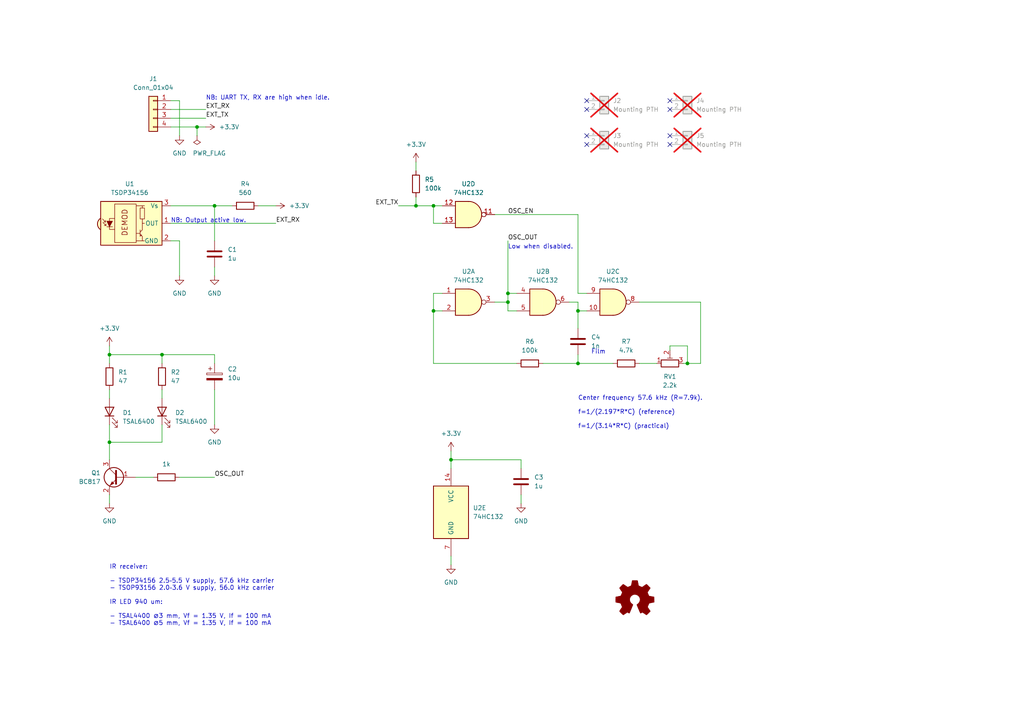
<source format=kicad_sch>
(kicad_sch (version 20230121) (generator eeschema)
  (paper "A4")
  (title_block (title "IR UART 9600 baud") (rev "1.1"))
  (lib_symbols
    (symbol "74xx:74HC00" (pin_names (offset 1.016))
      (property "Reference" "U" (at 0 1.27 0))
      (property "Value" "74HC00" (at 0 -1.27 0))
      (symbol "74HC00_1_1"
        (arc (start 0 -3.81) (mid 3.7934 0) (end 0 3.81) (stroke (width 0.254)) (fill (type background)))
        (polyline (pts (xy 0 3.81) (xy -3.81 3.81) (xy -3.81 -3.81) (xy 0 -3.81)) (stroke (width 0.254)) (fill (type background)))
        (pin input line (at -7.62 2.54 0) (length 3.81) (name "~") (number "1"))
        (pin input line (at -7.62 -2.54 0) (length 3.81) (name "~") (number "2"))
        (pin output inverted (at 7.62 0 180) (length 3.81) (name "~") (number "3"))
      )
      (symbol "74HC00_1_2"
        (arc (start -3.81 -3.81) (mid -2.589 0) (end -3.81 3.81) (stroke (width 0.254)))
        (arc (start -0.6096 -3.81) (mid 2.1842 -2.5851) (end 3.81 0) (stroke (width 0.254)) (fill (type background)))
        (polyline (pts (xy -3.81 -3.81) (xy -0.635 -3.81)) (stroke (width 0.254)) (fill (type background)))
        (polyline (pts (xy -3.81 3.81) (xy -0.635 3.81)) (stroke (width 0.254)) (fill (type background)))
        (polyline (pts (xy -0.635 3.81) (xy -3.81 3.81) (xy -3.81 3.81) (xy -3.556 3.4036) (xy -3.0226 2.2606) (xy -2.6924 1.0414) (xy -2.6162 -0.254) (xy -2.7686 -1.4986) (xy -3.175 -2.7178) (xy -3.81 -3.81) (xy -3.81 -3.81) (xy -0.635 -3.81)) (stroke (width -25.4)) (fill (type background)))
        (arc (start 3.81 0) (mid 2.1915 2.5936) (end -0.6096 3.81) (stroke (width 0.254)) (fill (type background)))
        (pin input inverted (at -7.62 2.54 0) (length 4.318) (name "~") (number "1"))
        (pin input inverted (at -7.62 -2.54 0) (length 4.318) (name "~") (number "2"))
        (pin output line (at 7.62 0 180) (length 3.81) (name "~") (number "3"))
      )
      (symbol "74HC00_2_1"
        (arc (start 0 -3.81) (mid 3.7934 0) (end 0 3.81) (stroke (width 0.254)) (fill (type background)))
        (polyline (pts (xy 0 3.81) (xy -3.81 3.81) (xy -3.81 -3.81) (xy 0 -3.81)) (stroke (width 0.254)) (fill (type background)))
        (pin input line (at -7.62 2.54 0) (length 3.81) (name "~") (number "4"))
        (pin input line (at -7.62 -2.54 0) (length 3.81) (name "~") (number "5"))
        (pin output inverted (at 7.62 0 180) (length 3.81) (name "~") (number "6"))
      )
      (symbol "74HC00_2_2"
        (arc (start -3.81 -3.81) (mid -2.589 0) (end -3.81 3.81) (stroke (width 0.254)))
        (arc (start -0.6096 -3.81) (mid 2.1842 -2.5851) (end 3.81 0) (stroke (width 0.254)) (fill (type background)))
        (polyline (pts (xy -3.81 -3.81) (xy -0.635 -3.81)) (stroke (width 0.254)) (fill (type background)))
        (polyline (pts (xy -3.81 3.81) (xy -0.635 3.81)) (stroke (width 0.254)) (fill (type background)))
        (polyline (pts (xy -0.635 3.81) (xy -3.81 3.81) (xy -3.81 3.81) (xy -3.556 3.4036) (xy -3.0226 2.2606) (xy -2.6924 1.0414) (xy -2.6162 -0.254) (xy -2.7686 -1.4986) (xy -3.175 -2.7178) (xy -3.81 -3.81) (xy -3.81 -3.81) (xy -0.635 -3.81)) (stroke (width -25.4)) (fill (type background)))
        (arc (start 3.81 0) (mid 2.1915 2.5936) (end -0.6096 3.81) (stroke (width 0.254)) (fill (type background)))
        (pin input inverted (at -7.62 2.54 0) (length 4.318) (name "~") (number "4"))
        (pin input inverted (at -7.62 -2.54 0) (length 4.318) (name "~") (number "5"))
        (pin output line (at 7.62 0 180) (length 3.81) (name "~") (number "6"))
      )
      (symbol "74HC00_3_1"
        (arc (start 0 -3.81) (mid 3.7934 0) (end 0 3.81) (stroke (width 0.254)) (fill (type background)))
        (polyline (pts (xy 0 3.81) (xy -3.81 3.81) (xy -3.81 -3.81) (xy 0 -3.81)) (stroke (width 0.254)) (fill (type background)))
        (pin input line (at -7.62 -2.54 0) (length 3.81) (name "~") (number "10"))
        (pin output inverted (at 7.62 0 180) (length 3.81) (name "~") (number "8"))
        (pin input line (at -7.62 2.54 0) (length 3.81) (name "~") (number "9"))
      )
      (symbol "74HC00_3_2"
        (arc (start -3.81 -3.81) (mid -2.589 0) (end -3.81 3.81) (stroke (width 0.254)))
        (arc (start -0.6096 -3.81) (mid 2.1842 -2.5851) (end 3.81 0) (stroke (width 0.254)) (fill (type background)))
        (polyline (pts (xy -3.81 -3.81) (xy -0.635 -3.81)) (stroke (width 0.254)) (fill (type background)))
        (polyline (pts (xy -3.81 3.81) (xy -0.635 3.81)) (stroke (width 0.254)) (fill (type background)))
        (polyline (pts (xy -0.635 3.81) (xy -3.81 3.81) (xy -3.81 3.81) (xy -3.556 3.4036) (xy -3.0226 2.2606) (xy -2.6924 1.0414) (xy -2.6162 -0.254) (xy -2.7686 -1.4986) (xy -3.175 -2.7178) (xy -3.81 -3.81) (xy -3.81 -3.81) (xy -0.635 -3.81)) (stroke (width -25.4)) (fill (type background)))
        (arc (start 3.81 0) (mid 2.1915 2.5936) (end -0.6096 3.81) (stroke (width 0.254)) (fill (type background)))
        (pin input inverted (at -7.62 -2.54 0) (length 4.318) (name "~") (number "10"))
        (pin output line (at 7.62 0 180) (length 3.81) (name "~") (number "8"))
        (pin input inverted (at -7.62 2.54 0) (length 4.318) (name "~") (number "9"))
      )
      (symbol "74HC00_4_1"
        (arc (start 0 -3.81) (mid 3.7934 0) (end 0 3.81) (stroke (width 0.254)) (fill (type background)))
        (polyline (pts (xy 0 3.81) (xy -3.81 3.81) (xy -3.81 -3.81) (xy 0 -3.81)) (stroke (width 0.254)) (fill (type background)))
        (pin output inverted (at 7.62 0 180) (length 3.81) (name "~") (number "11"))
        (pin input line (at -7.62 2.54 0) (length 3.81) (name "~") (number "12"))
        (pin input line (at -7.62 -2.54 0) (length 3.81) (name "~") (number "13"))
      )
      (symbol "74HC00_4_2"
        (arc (start -3.81 -3.81) (mid -2.589 0) (end -3.81 3.81) (stroke (width 0.254)))
        (arc (start -0.6096 -3.81) (mid 2.1842 -2.5851) (end 3.81 0) (stroke (width 0.254)) (fill (type background)))
        (polyline (pts (xy -3.81 -3.81) (xy -0.635 -3.81)) (stroke (width 0.254)) (fill (type background)))
        (polyline (pts (xy -3.81 3.81) (xy -0.635 3.81)) (stroke (width 0.254)) (fill (type background)))
        (polyline (pts (xy -0.635 3.81) (xy -3.81 3.81) (xy -3.81 3.81) (xy -3.556 3.4036) (xy -3.0226 2.2606) (xy -2.6924 1.0414) (xy -2.6162 -0.254) (xy -2.7686 -1.4986) (xy -3.175 -2.7178) (xy -3.81 -3.81) (xy -3.81 -3.81) (xy -0.635 -3.81)) (stroke (width -25.4)) (fill (type background)))
        (arc (start 3.81 0) (mid 2.1915 2.5936) (end -0.6096 3.81) (stroke (width 0.254)) (fill (type background)))
        (pin output line (at 7.62 0 180) (length 3.81) (name "~") (number "11"))
        (pin input inverted (at -7.62 2.54 0) (length 4.318) (name "~") (number "12"))
        (pin input inverted (at -7.62 -2.54 0) (length 4.318) (name "~") (number "13"))
      )
      (symbol "74HC00_5_0"
        (pin power_in line (at 0 12.7 270) (length 5.08) (name "VCC") (number "14"))
        (pin power_in line (at 0 -12.7 90) (length 5.08) (name "GND") (number "7"))
      )
      (symbol "74HC00_5_1"
        (rectangle (start -5.08 7.62) (end 5.08 -7.62) (stroke (width 0.254)) (fill (type background)))
      )
    )
    (symbol "Connector_Generic:Conn_01x02" (pin_names (offset 1.016) hide)
      (property "Reference" "J" (at 0 2.54 0))
      (property "Value" "Conn_01x02" (at 0 -5.08 0))
      (symbol "Conn_01x02_1_1"
        (rectangle (start -1.27 -2.413) (end 0 -2.667) (stroke (width 0.1524)))
        (rectangle (start -1.27 0.127) (end 0 -0.127) (stroke (width 0.1524)))
        (rectangle (start -1.27 1.27) (end 1.27 -3.81) (stroke (width 0.254)) (fill (type background)))
        (pin passive line (at -5.08 0 0) (length 3.81) (name "Pin_1") (number "1"))
        (pin passive line (at -5.08 -2.54 0) (length 3.81) (name "Pin_2") (number "2"))
      )
    )
    (symbol "Connector_Generic:Conn_01x04" (pin_names (offset 1.016) hide)
      (property "Reference" "J" (at 0 5.08 0))
      (property "Value" "Conn_01x04" (at 0 -7.62 0))
      (symbol "Conn_01x04_1_1"
        (rectangle (start -1.27 -4.953) (end 0 -5.207) (stroke (width 0.1524)))
        (rectangle (start -1.27 -2.413) (end 0 -2.667) (stroke (width 0.1524)))
        (rectangle (start -1.27 0.127) (end 0 -0.127) (stroke (width 0.1524)))
        (rectangle (start -1.27 2.667) (end 0 2.413) (stroke (width 0.1524)))
        (rectangle (start -1.27 3.81) (end 1.27 -6.35) (stroke (width 0.254)) (fill (type background)))
        (pin passive line (at -5.08 2.54 0) (length 3.81) (name "Pin_1") (number "1"))
        (pin passive line (at -5.08 0 0) (length 3.81) (name "Pin_2") (number "2"))
        (pin passive line (at -5.08 -2.54 0) (length 3.81) (name "Pin_3") (number "3"))
        (pin passive line (at -5.08 -5.08 0) (length 3.81) (name "Pin_4") (number "4"))
      )
    )
    (symbol "Device:C" (pin_numbers hide) (pin_names (offset 0.254))
      (property "Reference" "C" (at 0.635 2.54 0))
      (property "Value" "C" (at 0.635 -2.54 0))
      (symbol "C_0_1"
        (polyline (pts (xy -2.032 -0.762) (xy 2.032 -0.762)) (stroke (width 0.508)))
        (polyline (pts (xy -2.032 0.762) (xy 2.032 0.762)) (stroke (width 0.508)))
      )
      (symbol "C_1_1"
        (pin passive line (at 0 3.81 270) (length 2.794) (name "~") (number "1"))
        (pin passive line (at 0 -3.81 90) (length 2.794) (name "~") (number "2"))
      )
    )
    (symbol "Device:C_Polarized" (pin_numbers hide) (pin_names (offset 0.254))
      (property "Reference" "C" (at 0.635 2.54 0))
      (property "Value" "C_Polarized" (at 0.635 -2.54 0))
      (symbol "C_Polarized_0_1"
        (rectangle (start -2.286 0.508) (end 2.286 1.016))
        (polyline (pts (xy -1.778 2.286) (xy -0.762 2.286)))
        (polyline (pts (xy -1.27 2.794) (xy -1.27 1.778)))
        (rectangle (start 2.286 -0.508) (end -2.286 -1.016) (fill (type outline)))
      )
      (symbol "C_Polarized_1_1"
        (pin passive line (at 0 3.81 270) (length 2.794) (name "~") (number "1"))
        (pin passive line (at 0 -3.81 90) (length 2.794) (name "~") (number "2"))
      )
    )
    (symbol "Device:LED" (pin_numbers hide) (pin_names (offset 1.016) hide)
      (property "Reference" "D" (at 0 2.54 0))
      (property "Value" "LED" (at 0 -2.54 0))
      (symbol "LED_0_1"
        (polyline (pts (xy -1.27 -1.27) (xy -1.27 1.27)) (stroke (width 0.254)))
        (polyline (pts (xy -1.27 0) (xy 1.27 0)))
        (polyline (pts (xy 1.27 -1.27) (xy 1.27 1.27) (xy -1.27 0) (xy 1.27 -1.27)) (stroke (width 0.254)))
        (polyline (pts (xy -3.048 -0.762) (xy -4.572 -2.286) (xy -3.81 -2.286) (xy -4.572 -2.286) (xy -4.572 -1.524)))
        (polyline (pts (xy -1.778 -0.762) (xy -3.302 -2.286) (xy -2.54 -2.286) (xy -3.302 -2.286) (xy -3.302 -1.524)))
      )
      (symbol "LED_1_1"
        (pin passive line (at -3.81 0 0) (length 2.54) (name "K") (number "1"))
        (pin passive line (at 3.81 0 180) (length 2.54) (name "A") (number "2"))
      )
    )
    (symbol "Device:R" (pin_numbers hide) (pin_names (offset 0))
      (property "Reference" "R" (at 2.032 0 90))
      (property "Value" "R" (at 0 0 90))
      (symbol "R_0_1"
        (rectangle (start -1.016 -2.54) (end 1.016 2.54) (stroke (width 0.254)))
      )
      (symbol "R_1_1"
        (pin passive line (at 0 3.81 270) (length 1.27) (name "~") (number "1"))
        (pin passive line (at 0 -3.81 90) (length 1.27) (name "~") (number "2"))
      )
    )
    (symbol "Device:R_Potentiometer_Trim" (pin_names (offset 1.016) hide)
      (property "Reference" "RV" (at -4.445 0 90))
      (property "Value" "R_Potentiometer_Trim" (at -2.54 0 90))
      (symbol "R_Potentiometer_Trim_0_1"
        (polyline (pts (xy 1.524 0.762) (xy 1.524 -0.762)))
        (polyline (pts (xy 2.54 0) (xy 1.524 0)))
        (rectangle (start 1.016 2.54) (end -1.016 -2.54) (stroke (width 0.254)))
      )
      (symbol "R_Potentiometer_Trim_1_1"
        (pin passive line (at 0 3.81 270) (length 1.27) (name "1") (number "1"))
        (pin passive line (at 3.81 0 180) (length 1.27) (name "2") (number "2"))
        (pin passive line (at 0 -3.81 90) (length 1.27) (name "3") (number "3"))
      )
    )
    (symbol "Graphic:Logo_Open_Hardware_Small" (in_bom no) (on_board no)
      (symbol "Logo_Open_Hardware_Small_0_1"
        (polyline (pts (xy 3.3528 -4.3434) (xy 3.302 -4.318) (xy 3.175 -4.2418) (xy 2.9972 -4.1148) (xy 2.7686 -3.9624) (xy 2.54 -3.81) (xy 2.3622 -3.7084) (xy 2.2352 -3.6068) (xy 2.1844 -3.5814) (xy 2.159 -3.6068) (xy 2.0574 -3.6576) (xy 1.905 -3.7338) (xy 1.8034 -3.7846) (xy 1.6764 -3.8354) (xy 1.6002 -3.8354) (xy 1.6002 -3.8354) (xy 1.5494 -3.7338) (xy 1.4732 -3.5306) (xy 1.3462 -3.302) (xy 1.2446 -3.0226) (xy 1.1176 -2.7178) (xy 0.9652 -2.413) (xy 0.8636 -2.1082) (xy 0.7366 -1.8288) (xy 0.6604 -1.6256) (xy 0.6096 -1.4732) (xy 0.5842 -1.397) (xy 0.5842 -1.397) (xy 0.6604 -1.3208) (xy 0.7874 -1.2446) (xy 1.0414 -1.016) (xy 1.2954 -0.6858) (xy 1.4478 -0.3302) (xy 1.524 0.0762) (xy 1.4732 0.4572) (xy 1.3208 0.8128) (xy 1.0668 1.143) (xy 0.762 1.3716) (xy 0.4064 1.524) (xy 0 1.5748) (xy -0.381 1.5494) (xy -0.7366 1.397) (xy -1.0668 1.143) (xy -1.2192 0.9906) (xy -1.397 0.6604) (xy -1.524 0.3048) (xy -1.524 0.2286) (xy -1.4986 -0.1778) (xy -1.397 -0.5334) (xy -1.1938 -0.8636) (xy -0.9144 -1.143) (xy -0.8636 -1.1684) (xy -0.7366 -1.27) (xy -0.635 -1.3462) (xy -0.5842 -1.397) (xy -1.0668 -2.5908) (xy -1.143 -2.794) (xy -1.2954 -3.1242) (xy -1.397 -3.4036) (xy -1.4986 -3.6322) (xy -1.5748 -3.7846) (xy -1.6002 -3.8354) (xy -1.6002 -3.8354) (xy -1.651 -3.8354) (xy -1.7272 -3.81) (xy -1.905 -3.7338) (xy -2.0066 -3.683) (xy -2.1336 -3.6068) (xy -2.2098 -3.5814) (xy -2.2606 -3.6068) (xy -2.3622 -3.683) (xy -2.54 -3.81) (xy -2.7686 -3.9624) (xy -2.9718 -4.0894) (xy -3.1496 -4.2164) (xy -3.302 -4.318) (xy -3.3528 -4.3434) (xy -3.3782 -4.3434) (xy -3.429 -4.318) (xy -3.5306 -4.2164) (xy -3.7084 -4.064) (xy -3.937 -3.8354) (xy -3.9624 -3.81) (xy -4.1656 -3.6068) (xy -4.318 -3.4544) (xy -4.4196 -3.3274) (xy -4.445 -3.2766) (xy -4.445 -3.2766) (xy -4.4196 -3.2258) (xy -4.318 -3.0734) (xy -4.2164 -2.8956) (xy -4.064 -2.667) (xy -3.6576 -2.0828) (xy -3.8862 -1.5494) (xy -3.937 -1.3716) (xy -4.0386 -1.1684) (xy -4.0894 -1.0414) (xy -4.1148 -0.9652) (xy -4.191 -0.9398) (xy -4.318 -0.9144) (xy -4.5466 -0.8636) (xy -4.8006 -0.8128) (xy -5.0546 -0.7874) (xy -5.2578 -0.7366) (xy -5.4356 -0.7112) (xy -5.5118 -0.6858) (xy -5.5118 -0.6858) (xy -5.5372 -0.635) (xy -5.5372 -0.5588) (xy -5.5372 -0.4318) (xy -5.5626 -0.2286) (xy -5.5626 0.0762) (xy -5.5626 0.127) (xy -5.5372 0.4064) (xy -5.5372 0.635) (xy -5.5372 0.762) (xy -5.5372 0.8382) (xy -5.5372 0.8382) (xy -5.461 0.8382) (xy -5.3086 0.889) (xy -5.08 0.9144) (xy -4.826 0.9652) (xy -4.8006 0.9906) (xy -4.5466 1.0414) (xy -4.318 1.0668) (xy -4.1656 1.1176) (xy -4.0894 1.143) (xy -4.0894 1.143) (xy -4.0386 1.2446) (xy -3.9624 1.4224) (xy -3.8608 1.6256) (xy -3.7846 1.8288) (xy -3.7084 2.0066) (xy -3.6576 2.159) (xy -3.6322 2.2098) (xy -3.6322 2.2098) (xy -3.683 2.286) (xy -3.7592 2.413) (xy -3.8862 2.5908) (xy -4.064 2.8194) (xy -4.064 2.8448) (xy -4.2164 3.0734) (xy -4.3434 3.2512) (xy -4.4196 3.3782) (xy -4.445 3.4544) (xy -4.445 3.4544) (xy -4.3942 3.5052) (xy -4.2926 3.6322) (xy -4.1148 3.81) (xy -3.937 4.0132) (xy -3.8608 4.064) (xy -3.6576 4.2926) (xy -3.5052 4.4196) (xy -3.4036 4.4958) (xy -3.3528 4.5212) (xy -3.3528 4.5212) (xy -3.302 4.4704) (xy -3.1496 4.3688) (xy -2.9718 4.2418) (xy -2.7432 4.0894) (xy -2.7178 4.0894) (xy -2.4892 3.937) (xy -2.3114 3.81) (xy -2.1844 3.7084) (xy -2.1336 3.683) (xy -2.1082 3.683) (xy -2.032 3.7084) (xy -1.8542 3.7592) (xy -1.6764 3.8354) (xy -1.4732 3.937) (xy -1.27 4.0132) (xy -1.143 4.064) (xy -1.0668 4.1148) (xy -1.0668 4.1148) (xy -1.0414 4.191) (xy -1.016 4.3434) (xy -0.9652 4.572) (xy -0.9144 4.8514) (xy -0.889 4.9022) (xy -0.8382 5.1562) (xy -0.8128 5.3848) (xy -0.7874 5.5372) (xy -0.762 5.588) (xy -0.7112 5.6134) (xy -0.5842 5.6134) (xy -0.4064 5.6134) (xy -0.1524 5.6134) (xy 0.0762 5.6134) (xy 0.3302 5.6134) (xy 0.5334 5.6134) (xy 0.6858 5.588) (xy 0.7366 5.588) (xy 0.7366 5.588) (xy 0.762 5.5118) (xy 0.8128 5.334) (xy 0.8382 5.1054) (xy 0.9144 4.826) (xy 0.9144 4.7752) (xy 0.9652 4.5212) (xy 1.016 4.2926) (xy 1.0414 4.1402) (xy 1.0668 4.0894) (xy 1.0668 4.0894) (xy 1.1938 4.0386) (xy 1.3716 3.9624) (xy 1.5748 3.8608) (xy 2.0828 3.6576) (xy 2.7178 4.0894) (xy 2.7686 4.1402) (xy 2.9972 4.2926) (xy 3.175 4.4196) (xy 3.302 4.4958) (xy 3.3782 4.5212) (xy 3.3782 4.5212) (xy 3.429 4.4704) (xy 3.556 4.3434) (xy 3.7338 4.191) (xy 3.9116 3.9878) (xy 4.064 3.8354) (xy 4.2418 3.6576) (xy 4.3434 3.556) (xy 4.4196 3.4798) (xy 4.4196 3.429) (xy 4.4196 3.4036) (xy 4.3942 3.3274) (xy 4.2926 3.2004) (xy 4.1656 2.9972) (xy 4.0132 2.794) (xy 3.8862 2.5908) (xy 3.7592 2.3876) (xy 3.6576 2.2352) (xy 3.6322 2.159) (xy 3.6322 2.1336) (xy 3.683 2.0066) (xy 3.7592 1.8288) (xy 3.8608 1.6002) (xy 4.064 1.1176) (xy 4.3942 1.0414) (xy 4.5974 1.016) (xy 4.8768 0.9652) (xy 5.1308 0.9144) (xy 5.5372 0.8382) (xy 5.5626 -0.6604) (xy 5.4864 -0.6858) (xy 5.4356 -0.6858) (xy 5.2832 -0.7366) (xy 5.0546 -0.762) (xy 4.8006 -0.8128) (xy 4.5974 -0.8636) (xy 4.3688 -0.9144) (xy 4.2164 -0.9398) (xy 4.1402 -0.9398) (xy 4.1148 -0.9652) (xy 4.064 -1.0668) (xy 3.9878 -1.2446) (xy 3.9116 -1.4478) (xy 3.81 -1.651) (xy 3.7338 -1.8542) (xy 3.683 -2.0066) (xy 3.6576 -2.0828) (xy 3.683 -2.1336) (xy 3.7846 -2.2606) (xy 3.8862 -2.4638) (xy 4.0386 -2.667) (xy 4.191 -2.8956) (xy 4.318 -3.0734) (xy 4.3942 -3.2004) (xy 4.445 -3.2766) (xy 4.4196 -3.3274) (xy 4.3434 -3.429) (xy 4.1656 -3.5814) (xy 3.937 -3.8354) (xy 3.8862 -3.8608) (xy 3.683 -4.064) (xy 3.5306 -4.2164) (xy 3.4036 -4.318) (xy 3.3528 -4.3434)) (fill (type outline)))
      )
    )
    (symbol "Interface_Optical:TSDP341xx" (pin_names (offset 1.016))
      (property "Reference" "U" (at -10.16 7.62 0))
      (property "Value" "TSDP341xx" (at -10.16 -7.62 0))
      (symbol "TSDP341xx_0_0"
        (arc (start -10.287 1.397) (mid -11.0899 -0.1852) (end -10.287 -1.778) (stroke (width 0.254)) (fill (type background)))
        (polyline (pts (xy 1.905 -5.08) (xy 0.127 -5.08)))
        (polyline (pts (xy 1.905 5.08) (xy 0.127 5.08)))
        (text "DEMOD" (at -3.175 0.254 900) (effects (font (size 1.524 1.524))))
      )
      (symbol "TSDP341xx_0_1"
        (rectangle (start -6.096 5.588) (end 0.127 -5.588))
        (polyline (pts (xy -8.763 0.381) (xy -9.652 1.27)))
        (polyline (pts (xy -8.763 0.381) (xy -9.271 0.381)))
        (polyline (pts (xy -8.763 0.381) (xy -8.763 0.889)))
        (polyline (pts (xy -8.636 -0.635) (xy -9.525 0.254)))
        (polyline (pts (xy -8.636 -0.635) (xy -9.144 -0.635)))
        (polyline (pts (xy -8.636 -0.635) (xy -8.636 -0.127)))
        (polyline (pts (xy -8.382 -1.016) (xy -6.731 -1.016)))
        (polyline (pts (xy 1.27 -2.921) (xy 0.127 -2.921)))
        (polyline (pts (xy 1.27 -1.905) (xy 1.27 -3.81)))
        (polyline (pts (xy 1.397 -3.556) (xy 1.524 -3.556)))
        (polyline (pts (xy 1.651 -3.556) (xy 1.524 -3.556)))
        (polyline (pts (xy 1.651 -3.556) (xy 1.651 -3.302)))
        (polyline (pts (xy 1.905 0) (xy 1.905 1.27)))
        (polyline (pts (xy 1.905 4.445) (xy 1.905 5.08) (xy 2.54 5.08)))
        (polyline (pts (xy -8.382 0.635) (xy -6.731 0.635) (xy -7.62 -1.016) (xy -8.382 0.635)) (fill (type outline)))
        (polyline (pts (xy -6.096 1.397) (xy -7.62 1.397) (xy -7.62 -1.778) (xy -6.096 -1.778)))
        (polyline (pts (xy 1.27 -3.175) (xy 1.905 -3.81) (xy 1.905 -5.08) (xy 2.54 -5.08)))
        (polyline (pts (xy 1.27 -2.54) (xy 1.905 -1.905) (xy 1.905 0) (xy 2.54 0)))
        (rectangle (start 2.54 1.27) (end 1.27 4.445))
        (rectangle (start 7.62 6.35) (end -10.16 -6.35) (stroke (width 0.254)) (fill (type background)))
      )
      (symbol "TSDP341xx_1_1"
        (pin output line (at 10.16 0 180) (length 2.54) (name "OUT") (number "1"))
        (pin power_in line (at 10.16 -5.08 180) (length 2.54) (name "GND") (number "2"))
        (pin power_in line (at 10.16 5.08 180) (length 2.54) (name "Vs") (number "3"))
      )
    )
    (symbol "Transistor_BJT:BC817" (pin_names (offset 0) hide)
      (property "Reference" "Q" (at 5.08 1.905 0))
      (property "Value" "BC817" (at 5.08 0 0))
      (symbol "BC817_0_1"
        (polyline (pts (xy 0.635 0.635) (xy 2.54 2.54)))
        (polyline (pts (xy 0.635 -0.635) (xy 2.54 -2.54) (xy 2.54 -2.54)))
        (polyline (pts (xy 0.635 1.905) (xy 0.635 -1.905) (xy 0.635 -1.905)) (stroke (width 0.508)))
        (polyline (pts (xy 1.27 -1.778) (xy 1.778 -1.27) (xy 2.286 -2.286) (xy 1.27 -1.778) (xy 1.27 -1.778)) (fill (type outline)))
        (circle (center 1.27 0) (radius 2.8194) (stroke (width 0.254)))
      )
      (symbol "BC817_1_1"
        (pin input line (at -5.08 0 0) (length 5.715) (name "B") (number "1"))
        (pin passive line (at 2.54 -5.08 90) (length 2.54) (name "E") (number "2"))
        (pin passive line (at 2.54 5.08 270) (length 2.54) (name "C") (number "3"))
      )
    )
    (symbol "power:+3.3V" (power) (pin_names (offset 0))
      (property "Value" "+3.3V" (at 0 3.556 0))
      (symbol "+3.3V_0_1"
        (polyline (pts (xy -0.762 1.27) (xy 0 2.54)))
        (polyline (pts (xy 0 0) (xy 0 2.54)))
        (polyline (pts (xy 0 2.54) (xy 0.762 1.27)))
      )
      (symbol "+3.3V_1_1"
        (pin power_in line (at 0 0 90) (length 0) hide (name "+3.3V") (number "1"))
      )
    )
    (symbol "power:GND" (power) (pin_names (offset 0))
      (property "Value" "GND" (at 0 -3.81 0))
      (symbol "GND_0_1"
        (polyline (pts (xy 0 0) (xy 0 -1.27) (xy 1.27 -1.27) (xy 0 -2.54) (xy -1.27 -1.27) (xy 0 -1.27)))
      )
      (symbol "GND_1_1"
        (pin power_in line (at 0 0 270) (length 0) hide (name "GND") (number "1"))
      )
    )
    (symbol "power:PWR_FLAG" (power) (pin_numbers hide) (pin_names (offset 0) hide)
      (property "Value" "PWR_FLAG" (at 0 3.81 0))
      (symbol "PWR_FLAG_0_0"
        (pin power_out line (at 0 0 90) (length 0) (name "pwr") (number "1"))
      )
      (symbol "PWR_FLAG_0_1"
        (polyline (pts (xy 0 0) (xy 0 1.27) (xy -1.016 1.905) (xy 0 2.54) (xy 1.016 1.905) (xy 0 1.27)))
      )
    )
  )
  (junction (at 46.99 102.87))
  (junction (at 62.23 59.69))
  (junction (at 147.32 87.63))
  (junction (at 125.73 59.69))
  (junction (at 167.64 105.41))
  (junction (at 130.81 133.35))
  (junction (at 120.65 59.69))
  (junction (at 147.32 85.09))
  (junction (at 57.15 36.83))
  (junction (at 31.75 102.87))
  (junction (at 125.73 90.17))
  (junction (at 31.75 128.27))
  (junction (at 199.39 105.41))
  (junction (at 167.64 90.17))
  (no_connect (at 170.18 31.75))
  (no_connect (at 194.31 41.91))
  (no_connect (at 194.31 31.75))
  (no_connect (at 194.31 39.37))
  (no_connect (at 170.18 39.37))
  (no_connect (at 170.18 41.91))
  (no_connect (at 170.18 29.21))
  (no_connect (at 194.31 29.21))
  (wire (pts (xy 147.32 90.17) (xy 149.86 90.17)))
  (wire (pts (xy 46.99 113.03) (xy 46.99 115.57)))
  (wire (pts (xy 57.15 36.83) (xy 57.15 39.37)))
  (wire (pts (xy 167.64 90.17) (xy 170.18 90.17)))
  (wire (pts (xy 151.13 133.35) (xy 151.13 135.89)))
  (wire (pts (xy 125.73 85.09) (xy 125.73 90.17)))
  (wire (pts (xy 147.32 85.09) (xy 147.32 69.85)))
  (wire (pts (xy 52.07 69.85) (xy 52.07 80.01)))
  (wire (pts (xy 120.65 57.15) (xy 120.65 59.69)))
  (wire (pts (xy 167.64 90.17) (xy 167.64 95.25)))
  (wire (pts (xy 130.81 133.35) (xy 151.13 133.35)))
  (wire (pts (xy 149.86 105.41) (xy 125.73 105.41)))
  (wire (pts (xy 167.64 102.87) (xy 167.64 105.41)))
  (wire (pts (xy 120.65 46.99) (xy 120.65 49.53)))
  (wire (pts (xy 49.53 59.69) (xy 62.23 59.69)))
  (wire (pts (xy 49.53 31.75) (xy 59.69 31.75)))
  (wire (pts (xy 167.64 87.63) (xy 167.64 90.17)))
  (wire (pts (xy 46.99 123.19) (xy 46.99 128.27)))
  (wire (pts (xy 49.53 69.85) (xy 52.07 69.85)))
  (wire (pts (xy 62.23 77.47) (xy 62.23 80.01)))
  (wire (pts (xy 120.65 59.69) (xy 125.73 59.69)))
  (wire (pts (xy 115.57 59.69) (xy 120.65 59.69)))
  (wire (pts (xy 130.81 133.35) (xy 130.81 135.89)))
  (wire (pts (xy 185.42 87.63) (xy 203.2 87.63)))
  (wire (pts (xy 130.81 161.29) (xy 130.81 163.83)))
  (wire (pts (xy 39.37 138.43) (xy 44.45 138.43)))
  (wire (pts (xy 151.13 143.51) (xy 151.13 146.05)))
  (wire (pts (xy 57.15 36.83) (xy 59.69 36.83)))
  (wire (pts (xy 185.42 105.41) (xy 190.5 105.41)))
  (wire (pts (xy 125.73 59.69) (xy 128.27 59.69)))
  (wire (pts (xy 194.31 100.33) (xy 199.39 100.33)))
  (wire (pts (xy 31.75 105.41) (xy 31.75 102.87)))
  (wire (pts (xy 165.1 87.63) (xy 167.64 87.63)))
  (wire (pts (xy 143.51 62.23) (xy 167.64 62.23)))
  (wire (pts (xy 49.53 36.83) (xy 57.15 36.83)))
  (wire (pts (xy 143.51 87.63) (xy 147.32 87.63)))
  (wire (pts (xy 62.23 113.03) (xy 62.23 123.19)))
  (wire (pts (xy 52.07 138.43) (xy 62.23 138.43)))
  (wire (pts (xy 49.53 64.77) (xy 80.01 64.77)))
  (wire (pts (xy 167.64 62.23) (xy 167.64 85.09)))
  (wire (pts (xy 194.31 100.33) (xy 194.31 101.6)))
  (wire (pts (xy 67.31 59.69) (xy 62.23 59.69)))
  (wire (pts (xy 31.75 123.19) (xy 31.75 128.27)))
  (wire (pts (xy 130.81 130.81) (xy 130.81 133.35)))
  (wire (pts (xy 31.75 143.51) (xy 31.75 146.05)))
  (wire (pts (xy 199.39 100.33) (xy 199.39 105.41)))
  (wire (pts (xy 125.73 105.41) (xy 125.73 90.17)))
  (wire (pts (xy 52.07 29.21) (xy 52.07 39.37)))
  (wire (pts (xy 62.23 59.69) (xy 62.23 69.85)))
  (wire (pts (xy 49.53 29.21) (xy 52.07 29.21)))
  (wire (pts (xy 203.2 105.41) (xy 199.39 105.41)))
  (wire (pts (xy 170.18 85.09) (xy 167.64 85.09)))
  (wire (pts (xy 31.75 102.87) (xy 46.99 102.87)))
  (wire (pts (xy 149.86 85.09) (xy 147.32 85.09)))
  (wire (pts (xy 147.32 87.63) (xy 147.32 90.17)))
  (wire (pts (xy 31.75 113.03) (xy 31.75 115.57)))
  (wire (pts (xy 31.75 133.35) (xy 31.75 128.27)))
  (wire (pts (xy 74.93 59.69) (xy 80.01 59.69)))
  (wire (pts (xy 128.27 64.77) (xy 125.73 64.77)))
  (wire (pts (xy 147.32 85.09) (xy 147.32 87.63)))
  (wire (pts (xy 46.99 102.87) (xy 62.23 102.87)))
  (wire (pts (xy 49.53 34.29) (xy 59.69 34.29)))
  (wire (pts (xy 157.48 105.41) (xy 167.64 105.41)))
  (wire (pts (xy 125.73 85.09) (xy 128.27 85.09)))
  (wire (pts (xy 62.23 105.41) (xy 62.23 102.87)))
  (wire (pts (xy 199.39 105.41) (xy 198.12 105.41)))
  (wire (pts (xy 125.73 90.17) (xy 128.27 90.17)))
  (wire (pts (xy 31.75 100.33) (xy 31.75 102.87)))
  (wire (pts (xy 203.2 105.41) (xy 203.2 87.63)))
  (wire (pts (xy 125.73 64.77) (xy 125.73 59.69)))
  (wire (pts (xy 31.75 128.27) (xy 46.99 128.27)))
  (wire (pts (xy 167.64 105.41) (xy 177.8 105.41)))
  (wire (pts (xy 46.99 102.87) (xy 46.99 105.41)))
  (text "NB: Output active low." (at 49.53 64.77 0) (effects (font (size 1.27 1.27)) (justify left bottom)))
  (text "Film" (at 171.45 102.87 0) (effects (font (size 1.27 1.27)) (justify left bottom)))
  (text "Low when disabled." (at 147.32 72.39 0) (effects (font (size 1.27 1.27)) (justify left bottom)))
  (text "NB: UART TX, RX are high when idle." (at 59.69 29.21 0) (effects (font (size 1.27 1.27)) (justify left bottom)))
  (text "Center frequency 57.6 kHz (R=7.9k).\n\nf=1/(2.197*R*C) (reference)\n\nf=1/(3.14*R*C) (practical)" (at 167.64 124.46 0) (effects (font (size 1.27 1.27)) (justify left bottom)))
  (text "IR receiver:\n\n- TSDP34156 2.5–5.5 V supply, 57.6 kHz carrier\n- TSOP93156 2.0–3.6 V supply, 56.0 kHz carrier\n\nIR LED 940 um:\n\n- TSAL4400 ⌀3 mm, Vf = 1.35 V, If = 100 mA\n- TSAL6400 ⌀5 mm, Vf = 1.35 V, If = 100 mA" (at 31.75 181.61 0) (effects (font (size 1.27 1.27)) (justify left bottom)))
  (label "OSC_OUT" (at 62.23 138.43 0))
  (label "EXT_RX" (at 59.69 31.75 0))
  (label "EXT_TX" (at 115.57 59.69 180))
  (label "EXT_RX" (at 80.01 64.77 0))
  (label "EXT_TX" (at 59.69 34.29 0))
  (label "OSC_EN" (at 147.32 62.23 0))
  (label "OSC_OUT" (at 147.32 69.85 0))
  (symbol (lib_id "74xx:74HC00") (at 130.81 148.59 0) (unit 5)
    (property "Reference" "U2" (at 137.16 147.32 0) (effects (justify left)))
    (property "Value" "74HC132" (at 137.16 149.86 0) (effects (justify left)))
    (property "Footprint" "Package_SO:SO-14_3.9x8.65mm_P1.27mm" (effects hide))
    (property "Datasheet" "https://assets.nexperia.com/documents/data-sheet/74HC_HCT132.pdf" (effects hide))
  )
  (symbol (lib_id "Device:C") (at 62.23 73.66 0) (unit 1)
    (property "Reference" "C1" (at 66.04 72.39 0) (effects (justify left)))
    (property "Value" "1u" (at 66.04 74.93 0) (effects (justify left)))
    (property "Footprint" "Capacitor_SMD:C_0805_2012Metric" (effects hide))
  )
  (symbol (lib_id "power:PWR_FLAG") (at 57.15 39.37 180) (unit 1)
    (property "Reference" "#FLG01" (effects hide))
    (property "Value" "PWR_FLAG" (at 55.88 44.45 0) (effects (justify right)))
  )
  (symbol (lib_id "Device:LED") (at 46.99 119.38 90) (unit 1)
    (property "Reference" "D2" (at 50.8 119.6975 90) (effects (justify right)))
    (property "Value" "TSAL6400" (at 50.8 122.2375 90) (effects (justify right)))
    (property "Footprint" "LED_THT:LED_D5.0mm" (effects hide))
  )
  (symbol (lib_id "74xx:74HC00") (at 135.89 87.63 0) (unit 1)
    (property "Reference" "U2" (at 135.8817 78.74 0))
    (property "Value" "74HC132" (at 135.8817 81.28 0))
    (property "Footprint" "Package_SO:SO-14_3.9x8.65mm_P1.27mm" (effects hide))
    (property "Datasheet" "https://assets.nexperia.com/documents/data-sheet/74HC_HCT132.pdf" (effects hide))
  )
  (symbol (lib_id "Interface_Optical:TSDP341xx") (at 39.37 64.77 0) (unit 1)
    (property "Reference" "U1" (at 37.635 53.34 0))
    (property "Value" "TSDP34156" (at 37.635 55.88 0))
    (property "Footprint" "OptoDevice:Vishay_MOLD-3Pin" (effects hide))
    (property "Datasheet" "http://www.vishay.com/docs/82667/tsdp341.pdf" (effects hide))
  )
  (symbol (lib_id "Device:C_Polarized") (at 62.23 109.22 0) (unit 1)
    (property "Reference" "C2" (at 66.04 107.061 0) (effects (justify left)))
    (property "Value" "10u" (at 66.04 109.601 0) (effects (justify left)))
    (property "Footprint" "Capacitor_THT:CP_Radial_D5.0mm_P2.00mm" (effects hide))
  )
  (symbol (lib_id "Connector_Generic:Conn_01x02") (at 199.39 29.21 0) (unit 1) (in_bom no) (dnp yes)
    (property "Reference" "J4" (at 201.93 29.21 0) (effects (justify left)))
    (property "Value" "Mounting PTH" (at 201.93 31.75 0) (effects (justify left)))
    (property "Footprint" "Connector_PinHeader_2.54mm:PinHeader_1x02_P2.54mm_Vertical" (effects hide))
  )
  (symbol (lib_id "Transistor_BJT:BC817") (at 34.29 138.43 0) (mirror y) (unit 1)
    (property "Reference" "Q1" (at 29.21 137.16 0) (effects (justify left)))
    (property "Value" "BC817" (at 29.21 139.7 0) (effects (justify left)))
    (property "Footprint" "Package_TO_SOT_SMD:SOT-23" (effects hide))
    (property "Datasheet" "https://www.onsemi.com/pub/Collateral/BC818-D.pdf" (effects hide))
  )
  (symbol (lib_id "power:GND") (at 62.23 123.19 0) (unit 1)
    (property "Reference" "#PWR07" (effects hide))
    (property "Value" "GND" (at 62.23 128.27 0))
  )
  (symbol (lib_id "Connector_Generic:Conn_01x02") (at 175.26 39.37 0) (unit 1) (in_bom no) (dnp yes)
    (property "Reference" "J3" (at 177.8 39.37 0) (effects (justify left)))
    (property "Value" "Mounting PTH" (at 177.8 41.91 0) (effects (justify left)))
    (property "Footprint" "Connector_PinHeader_2.54mm:PinHeader_1x02_P2.54mm_Vertical" (effects hide))
  )
  (symbol (lib_id "Device:R") (at 181.61 105.41 90) (unit 1)
    (property "Reference" "R7" (at 181.61 99.06 90))
    (property "Value" "4.7k" (at 181.61 101.6 90))
    (property "Footprint" "Resistor_SMD:R_0805_2012Metric" (effects hide))
  )
  (symbol (lib_id "power:+3.3V") (at 130.81 130.81 0) (unit 1)
    (property "Reference" "#PWR010" (effects hide))
    (property "Value" "+3.3V" (at 130.81 125.73 0))
  )
  (symbol (lib_id "Device:C") (at 151.13 139.7 0) (unit 1)
    (property "Reference" "C3" (at 154.94 138.43 0) (effects (justify left)))
    (property "Value" "1u" (at 154.94 140.97 0) (effects (justify left)))
    (property "Footprint" "Capacitor_SMD:C_0805_2012Metric" (effects hide))
  )
  (symbol (lib_id "Device:LED") (at 31.75 119.38 90) (unit 1)
    (property "Reference" "D1" (at 35.56 119.6975 90) (effects (justify right)))
    (property "Value" "TSAL6400" (at 35.56 122.2375 90) (effects (justify right)))
    (property "Footprint" "LED_THT:LED_D5.0mm" (effects hide))
  )
  (symbol (lib_id "Graphic:Logo_Open_Hardware_Small") (at 184.15 173.99 0) (unit 1) (in_bom no)
    (property "Reference" "SYM1" (effects hide))
    (property "Value" "Logo_Open_Hardware_Small" (effects hide))
    (property "Footprint" "Symbol:OSHW-Logo_5.7x6mm_SilkScreen" (effects hide))
    (property "Sim.Enable" "0" (effects hide))
  )
  (symbol (lib_id "Device:C") (at 167.64 99.06 0) (unit 1)
    (property "Reference" "C4" (at 171.45 97.79 0) (effects (justify left)))
    (property "Value" "1n" (at 171.45 100.33 0) (effects (justify left)))
    (property "Footprint" "Capacitor_THT:C_Rect_L7.2mm_W2.5mm_P5.00mm_FKS2_FKP2_MKS2_MKP2" (effects hide))
  )
  (symbol (lib_id "Connector_Generic:Conn_01x02") (at 199.39 39.37 0) (unit 1) (in_bom no) (dnp yes)
    (property "Reference" "J5" (at 201.93 39.37 0) (effects (justify left)))
    (property "Value" "Mounting PTH" (at 201.93 41.91 0) (effects (justify left)))
    (property "Footprint" "Connector_PinHeader_2.54mm:PinHeader_1x02_P2.54mm_Vertical" (effects hide))
  )
  (symbol (lib_id "74xx:74HC00") (at 177.8 87.63 0) (unit 3)
    (property "Reference" "U2" (at 177.7917 78.74 0))
    (property "Value" "74HC132" (at 177.7917 81.28 0))
    (property "Footprint" "Package_SO:SO-14_3.9x8.65mm_P1.27mm" (effects hide))
    (property "Datasheet" "https://assets.nexperia.com/documents/data-sheet/74HC_HCT132.pdf" (effects hide))
  )
  (symbol (lib_id "74xx:74HC00") (at 157.48 87.63 0) (unit 2)
    (property "Reference" "U2" (at 157.4717 78.74 0))
    (property "Value" "74HC132" (at 157.4717 81.28 0))
    (property "Footprint" "Package_SO:SO-14_3.9x8.65mm_P1.27mm" (effects hide))
    (property "Datasheet" "https://assets.nexperia.com/documents/data-sheet/74HC_HCT132.pdf" (effects hide))
  )
  (symbol (lib_id "Device:R") (at 31.75 109.22 180) (unit 1)
    (property "Reference" "R1" (at 34.29 107.95 0) (effects (justify right)))
    (property "Value" "47" (at 34.29 110.49 0) (effects (justify right)))
    (property "Footprint" "Resistor_SMD:R_0805_2012Metric" (effects hide))
  )
  (symbol (lib_id "Device:R_Potentiometer_Trim") (at 194.31 105.41 90) (unit 1)
    (property "Reference" "RV1" (at 194.31 109.22 90))
    (property "Value" "2.2k" (at 194.31 111.76 90))
    (property "Footprint" "Potentiometer_THT:Potentiometer_Bourns_3006P_Horizontal" (effects hide))
  )
  (symbol (lib_id "74xx:74HC00") (at 135.89 62.23 0) (unit 4)
    (property "Reference" "U2" (at 135.8817 53.34 0))
    (property "Value" "74HC132" (at 135.8817 55.88 0))
    (property "Footprint" "Package_SO:SO-14_3.9x8.65mm_P1.27mm" (effects hide))
    (property "Datasheet" "https://assets.nexperia.com/documents/data-sheet/74HC_HCT132.pdf" (effects hide))
  )
  (symbol (lib_id "Connector_Generic:Conn_01x04") (at 44.45 31.75 0) (mirror y) (unit 1)
    (property "Reference" "J1" (at 44.45 22.86 0))
    (property "Value" "Conn_01x04" (at 44.45 25.4 0))
    (property "Footprint" "Connector_PinHeader_2.54mm:PinHeader_1x04_P2.54mm_Vertical" (effects hide))
  )
  (symbol (lib_id "Connector_Generic:Conn_01x02") (at 175.26 29.21 0) (unit 1) (in_bom no) (dnp yes)
    (property "Reference" "J2" (at 177.8 29.21 0) (effects (justify left)))
    (property "Value" "Mounting PTH" (at 177.8 31.75 0) (effects (justify left)))
    (property "Footprint" "Connector_PinHeader_2.54mm:PinHeader_1x02_P2.54mm_Vertical" (effects hide))
  )
  (symbol (lib_id "power:GND") (at 151.13 146.05 0) (unit 1)
    (property "Reference" "#PWR012" (effects hide))
    (property "Value" "GND" (at 151.13 151.13 0))
  )
  (symbol (lib_id "power:GND") (at 130.81 163.83 0) (unit 1)
    (property "Reference" "#PWR011" (effects hide))
    (property "Value" "GND" (at 130.81 168.91 0))
  )
  (symbol (lib_id "power:GND") (at 52.07 80.01 0) (unit 1)
    (property "Reference" "#PWR04" (effects hide))
    (property "Value" "GND" (at 52.07 85.09 0))
  )
  (symbol (lib_id "power:+3.3V") (at 80.01 59.69 270) (unit 1)
    (property "Reference" "#PWR08" (effects hide))
    (property "Value" "+3.3V" (at 83.82 59.69 90) (effects (justify left)))
  )
  (symbol (lib_id "power:+3.3V") (at 120.65 46.99 0) (unit 1)
    (property "Reference" "#PWR09" (effects hide))
    (property "Value" "+3.3V" (at 120.65 41.91 0))
  )
  (symbol (lib_id "Device:R") (at 71.12 59.69 90) (unit 1)
    (property "Reference" "R4" (at 71.12 53.34 90))
    (property "Value" "560" (at 71.12 55.88 90))
    (property "Footprint" "Resistor_SMD:R_0805_2012Metric" (effects hide))
  )
  (symbol (lib_id "Device:R") (at 120.65 53.34 180) (unit 1)
    (property "Reference" "R5" (at 123.19 52.07 0) (effects (justify right)))
    (property "Value" "100k" (at 123.19 54.61 0) (effects (justify right)))
    (property "Footprint" "Resistor_SMD:R_0805_2012Metric" (effects hide))
  )
  (symbol (lib_id "power:GND") (at 31.75 146.05 0) (unit 1)
    (property "Reference" "#PWR02" (effects hide))
    (property "Value" "GND" (at 31.75 151.13 0))
  )
  (symbol (lib_id "Device:R") (at 46.99 109.22 180) (unit 1)
    (property "Reference" "R2" (at 49.53 107.95 0) (effects (justify right)))
    (property "Value" "47" (at 49.53 110.49 0) (effects (justify right)))
    (property "Footprint" "Resistor_SMD:R_0805_2012Metric" (effects hide))
  )
  (symbol (lib_id "power:GND") (at 62.23 80.01 0) (unit 1)
    (property "Reference" "#PWR06" (effects hide))
    (property "Value" "GND" (at 62.23 85.09 0))
  )
  (symbol (lib_id "Device:R") (at 153.67 105.41 90) (unit 1)
    (property "Reference" "R6" (at 153.67 99.06 90))
    (property "Value" "100k" (at 153.67 101.6 90))
    (property "Footprint" "Resistor_SMD:R_0805_2012Metric" (effects hide))
  )
  (symbol (lib_id "power:GND") (at 52.07 39.37 0) (unit 1)
    (property "Reference" "#PWR03" (effects hide))
    (property "Value" "GND" (at 52.07 44.45 0))
  )
  (symbol (lib_id "power:+3.3V") (at 31.75 100.33 0) (unit 1)
    (property "Reference" "#PWR01" (effects hide))
    (property "Value" "+3.3V" (at 31.75 95.25 0))
  )
  (symbol (lib_id "power:+3.3V") (at 59.69 36.83 270) (unit 1)
    (property "Reference" "#PWR05" (effects hide))
    (property "Value" "+3.3V" (at 63.5 36.83 90) (effects (justify left)))
  )
  (symbol (lib_id "Device:R") (at 48.26 138.43 270) (unit 1)
    (property "Reference" "R3" (effects hide))
    (property "Value" "1k" (at 48.26 134.62 90))
    (property "Footprint" "Resistor_SMD:R_0805_2012Metric" (effects hide))
  )
)
</source>
